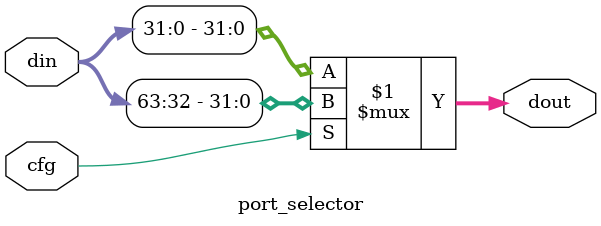
<source format=v>

`timescale 1 ns / 1 ps

module port_selector #
(
  parameter integer DOUT_WIDTH = 32
)
(
  input  wire                    cfg,
  input  wire [2*DOUT_WIDTH-1:0] din,
  output wire [DOUT_WIDTH-1:0]   dout
);

  assign dout = cfg ? din[2*DOUT_WIDTH-1:DOUT_WIDTH] : din[DOUT_WIDTH-1:0];

endmodule

</source>
